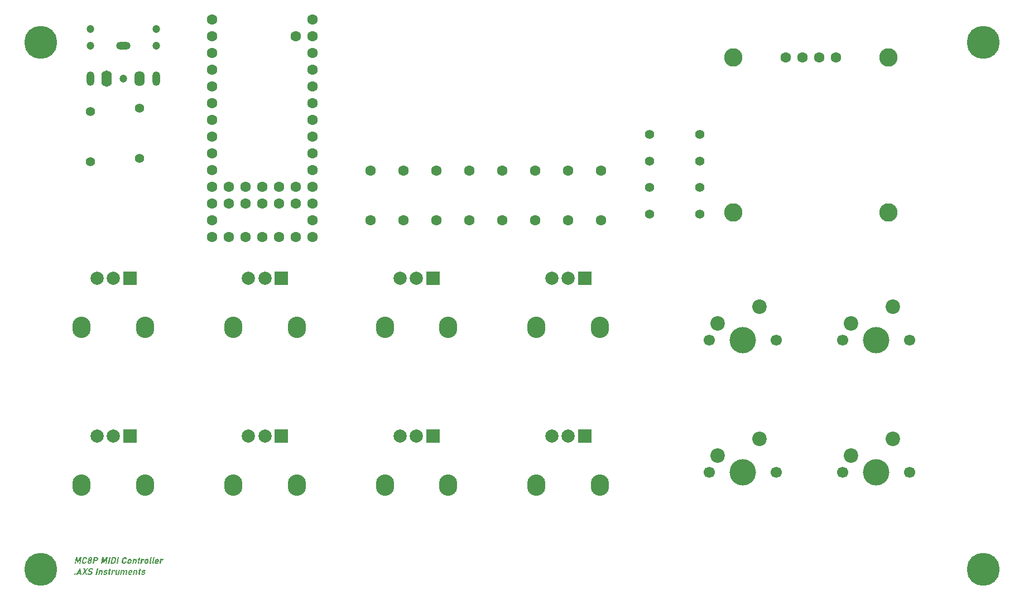
<source format=gbr>
%TF.GenerationSoftware,KiCad,Pcbnew,9.0.2*%
%TF.CreationDate,2025-08-22T18:27:53+01:00*%
%TF.ProjectId,MC8P_MIDI_CONTROLLER,4d433850-5f4d-4494-9449-5f434f4e5452,rev?*%
%TF.SameCoordinates,Original*%
%TF.FileFunction,Soldermask,Top*%
%TF.FilePolarity,Negative*%
%FSLAX46Y46*%
G04 Gerber Fmt 4.6, Leading zero omitted, Abs format (unit mm)*
G04 Created by KiCad (PCBNEW 9.0.2) date 2025-08-22 18:27:53*
%MOMM*%
%LPD*%
G01*
G04 APERTURE LIST*
%ADD10C,0.200000*%
%ADD11C,1.397000*%
%ADD12O,2.780000X3.240000*%
%ADD13R,2.000000X2.000000*%
%ADD14C,2.000000*%
%ADD15C,2.800000*%
%ADD16C,1.600000*%
%ADD17C,5.000000*%
%ADD18C,1.700000*%
%ADD19C,4.000000*%
%ADD20C,2.200000*%
%ADD21C,1.200000*%
%ADD22O,1.200000X2.200000*%
%ADD23O,1.600000X2.300000*%
%ADD24O,2.200000X1.200000*%
%ADD25O,1.600000X2.500000*%
G04 APERTURE END LIST*
D10*
G36*
X31904825Y-104156725D02*
G01*
X32146015Y-104156725D01*
X31939508Y-105150000D01*
X31773178Y-105150000D01*
X31933524Y-104378742D01*
X31931020Y-104422461D01*
X31617046Y-105039357D01*
X31455357Y-105039357D01*
X31395029Y-104436139D01*
X31413653Y-104378742D01*
X31253307Y-105150000D01*
X31086917Y-105150000D01*
X31293424Y-104156725D01*
X31534675Y-104156725D01*
X31580532Y-104826195D01*
X31904825Y-104156725D01*
G37*
G36*
X32506517Y-105160258D02*
G01*
X32433599Y-105154901D01*
X32374162Y-105140044D01*
X32325717Y-105116905D01*
X32284387Y-105083701D01*
X32253287Y-105042060D01*
X32231744Y-104990509D01*
X32221329Y-104934726D01*
X32220802Y-104868633D01*
X32231988Y-104789986D01*
X32288653Y-104517411D01*
X32309443Y-104440861D01*
X32337266Y-104374464D01*
X32371756Y-104316948D01*
X32414519Y-104265623D01*
X32463231Y-104223624D01*
X32518424Y-104190247D01*
X32578443Y-104166313D01*
X32644373Y-104151602D01*
X32717299Y-104146528D01*
X32777179Y-104151330D01*
X32828429Y-104164973D01*
X32872576Y-104186828D01*
X32911016Y-104217327D01*
X32942535Y-104255980D01*
X32967465Y-104304003D01*
X32983709Y-104356155D01*
X32992919Y-104417418D01*
X32994087Y-104489445D01*
X32804310Y-104489445D01*
X32799893Y-104442434D01*
X32788679Y-104405425D01*
X32770036Y-104374247D01*
X32745631Y-104352119D01*
X32715548Y-104338481D01*
X32678342Y-104333679D01*
X32628950Y-104339221D01*
X32586324Y-104355233D01*
X32549351Y-104381379D01*
X32518180Y-104418065D01*
X32494902Y-104462434D01*
X32478490Y-104517411D01*
X32421826Y-104789986D01*
X32415360Y-104845961D01*
X32420239Y-104889087D01*
X32436283Y-104925596D01*
X32462309Y-104951552D01*
X32497312Y-104967252D01*
X32545413Y-104973046D01*
X32584406Y-104968529D01*
X32621311Y-104954972D01*
X32655019Y-104933076D01*
X32686463Y-104902032D01*
X32713019Y-104864316D01*
X32736167Y-104817341D01*
X32925943Y-104817341D01*
X32895095Y-104887954D01*
X32860235Y-104949461D01*
X32821530Y-105002782D01*
X32776732Y-105050757D01*
X32729051Y-105089555D01*
X32678220Y-105119958D01*
X32623581Y-105142324D01*
X32566578Y-105155733D01*
X32506517Y-105160258D01*
G37*
G36*
X33586142Y-104150469D02*
G01*
X33633832Y-104161535D01*
X33673998Y-104178951D01*
X33709463Y-104203882D01*
X33736456Y-104234176D01*
X33755881Y-104270481D01*
X33766867Y-104310461D01*
X33769605Y-104355663D01*
X33763147Y-104407440D01*
X33757773Y-104433391D01*
X33745784Y-104472786D01*
X33726279Y-104510779D01*
X33698545Y-104547819D01*
X33647700Y-104594572D01*
X33588208Y-104628785D01*
X33624765Y-104655021D01*
X33653722Y-104687868D01*
X33675708Y-104728192D01*
X33689008Y-104772287D01*
X33693007Y-104818525D01*
X33687431Y-104867899D01*
X33684012Y-104884263D01*
X33668594Y-104937620D01*
X33645878Y-104985788D01*
X33615746Y-105029466D01*
X33579037Y-105067791D01*
X33536584Y-105099928D01*
X33487763Y-105126125D01*
X33435503Y-105144885D01*
X33379353Y-105156339D01*
X33318625Y-105160258D01*
X33257920Y-105156109D01*
X33206815Y-105144458D01*
X33163714Y-105126125D01*
X33125607Y-105099769D01*
X33096678Y-105067769D01*
X33075908Y-105029466D01*
X33064142Y-104987157D01*
X33061176Y-104939244D01*
X33066903Y-104893318D01*
X33253344Y-104893318D01*
X33258846Y-104922182D01*
X33272630Y-104946682D01*
X33294078Y-104964863D01*
X33321395Y-104975917D01*
X33356116Y-104979884D01*
X33391771Y-104976009D01*
X33424443Y-104964558D01*
X33453525Y-104946022D01*
X33477566Y-104921144D01*
X33495532Y-104891256D01*
X33506631Y-104856969D01*
X33508585Y-104847383D01*
X33511142Y-104815134D01*
X33505104Y-104788642D01*
X33491098Y-104766314D01*
X33469506Y-104749380D01*
X33442377Y-104739088D01*
X33406980Y-104735336D01*
X33370808Y-104738928D01*
X33338592Y-104749380D01*
X33309993Y-104766342D01*
X33286568Y-104789009D01*
X33269129Y-104816447D01*
X33258602Y-104848054D01*
X33256465Y-104858312D01*
X33253344Y-104893318D01*
X33066903Y-104893318D01*
X33068032Y-104884263D01*
X33071451Y-104867899D01*
X33085709Y-104819976D01*
X33108521Y-104773448D01*
X33140633Y-104727826D01*
X33179056Y-104687334D01*
X33221427Y-104654498D01*
X33268128Y-104628785D01*
X33236701Y-104606783D01*
X33211828Y-104579664D01*
X33192901Y-104546842D01*
X33181203Y-104510736D01*
X33177545Y-104474089D01*
X33359843Y-104474089D01*
X33363932Y-104500375D01*
X33375096Y-104522962D01*
X33392569Y-104539637D01*
X33415288Y-104549921D01*
X33444776Y-104553620D01*
X33475167Y-104550084D01*
X33502784Y-104539637D01*
X33527206Y-104522863D01*
X33547725Y-104500069D01*
X33563122Y-104472750D01*
X33573065Y-104440901D01*
X33575080Y-104431376D01*
X33577904Y-104401013D01*
X33573431Y-104376360D01*
X33562070Y-104355423D01*
X33544305Y-104339846D01*
X33521547Y-104330297D01*
X33491915Y-104326840D01*
X33461543Y-104330142D01*
X33434091Y-104339846D01*
X33409805Y-104355499D01*
X33389638Y-104376727D01*
X33374636Y-104402248D01*
X33365092Y-104432048D01*
X33363016Y-104442306D01*
X33359843Y-104474089D01*
X33177545Y-104474089D01*
X33177456Y-104473200D01*
X33181788Y-104433391D01*
X33187161Y-104407440D01*
X33201647Y-104357186D01*
X33223000Y-104311749D01*
X33251336Y-104270481D01*
X33285884Y-104234168D01*
X33325693Y-104203742D01*
X33371320Y-104178951D01*
X33420203Y-104161122D01*
X33472681Y-104150247D01*
X33529406Y-104146528D01*
X33586142Y-104150469D01*
G37*
G36*
X34031325Y-104584394D02*
G01*
X34342124Y-104584394D01*
X34373792Y-104580530D01*
X34403063Y-104569007D01*
X34429041Y-104550643D01*
X34451179Y-104525654D01*
X34467816Y-104495872D01*
X34478534Y-104461418D01*
X34482345Y-104425644D01*
X34478412Y-104396205D01*
X34466900Y-104370807D01*
X34448736Y-104352486D01*
X34424782Y-104341165D01*
X34393538Y-104337098D01*
X34082739Y-104337098D01*
X34120230Y-104156725D01*
X34426266Y-104156725D01*
X34485866Y-104161303D01*
X34536031Y-104174199D01*
X34578429Y-104194644D01*
X34615195Y-104223450D01*
X34643299Y-104258768D01*
X34663426Y-104301561D01*
X34674270Y-104348058D01*
X34676254Y-104400853D01*
X34668250Y-104461418D01*
X34651682Y-104520280D01*
X34627948Y-104573215D01*
X34597053Y-104620969D01*
X34559299Y-104663393D01*
X34516351Y-104698642D01*
X34467726Y-104727154D01*
X34415314Y-104747884D01*
X34359600Y-104760436D01*
X34299870Y-104764706D01*
X33993834Y-104764706D01*
X34031325Y-104584394D01*
G37*
G36*
X34036760Y-104156725D02*
G01*
X34219820Y-104156725D01*
X34013312Y-105150000D01*
X33830252Y-105150000D01*
X34036760Y-104156725D01*
G37*
G36*
X35894776Y-104156725D02*
G01*
X36135966Y-104156725D01*
X35929459Y-105150000D01*
X35763129Y-105150000D01*
X35923475Y-104378742D01*
X35920971Y-104422461D01*
X35606997Y-105039357D01*
X35445308Y-105039357D01*
X35384980Y-104436139D01*
X35403604Y-104378742D01*
X35243258Y-105150000D01*
X35076868Y-105150000D01*
X35283375Y-104156725D01*
X35524626Y-104156725D01*
X35570483Y-104826195D01*
X35894776Y-104156725D01*
G37*
G36*
X36343572Y-105150000D02*
G01*
X36153796Y-105150000D01*
X36360303Y-104156725D01*
X36550080Y-104156725D01*
X36343572Y-105150000D01*
G37*
G36*
X36681788Y-104969626D02*
G01*
X36914979Y-104969626D01*
X36973685Y-104964304D01*
X37022671Y-104949283D01*
X37063845Y-104925235D01*
X37097853Y-104892136D01*
X37122998Y-104850817D01*
X37139438Y-104799572D01*
X37200254Y-104507213D01*
X37205026Y-104454005D01*
X37196651Y-104413295D01*
X37176929Y-104381489D01*
X37147071Y-104358158D01*
X37104993Y-104342851D01*
X37046503Y-104337098D01*
X36813312Y-104337098D01*
X36850804Y-104156725D01*
X37079965Y-104156725D01*
X37160291Y-104161921D01*
X37225684Y-104176275D01*
X37278778Y-104198429D01*
X37325263Y-104230844D01*
X37359975Y-104271010D01*
X37384169Y-104320001D01*
X37396824Y-104373922D01*
X37398983Y-104437384D01*
X37388871Y-104512648D01*
X37330375Y-104794077D01*
X37310955Y-104863672D01*
X37283568Y-104925766D01*
X37248309Y-104981289D01*
X37204841Y-105030328D01*
X37153420Y-105071654D01*
X37093154Y-105105608D01*
X37028167Y-105129735D01*
X36955162Y-105144762D01*
X36872786Y-105150000D01*
X36644296Y-105150000D01*
X36681788Y-104969626D01*
G37*
G36*
X36758602Y-104156725D02*
G01*
X36941662Y-104156725D01*
X36735155Y-105150000D01*
X36552095Y-105150000D01*
X36758602Y-104156725D01*
G37*
G36*
X37633175Y-105150000D02*
G01*
X37443398Y-105150000D01*
X37649905Y-104156725D01*
X37839682Y-104156725D01*
X37633175Y-105150000D01*
G37*
G36*
X38546154Y-105160258D02*
G01*
X38473236Y-105154901D01*
X38413799Y-105140044D01*
X38365354Y-105116905D01*
X38324024Y-105083701D01*
X38292924Y-105042060D01*
X38271381Y-104990509D01*
X38260966Y-104934726D01*
X38260439Y-104868633D01*
X38271625Y-104789986D01*
X38328290Y-104517411D01*
X38349080Y-104440861D01*
X38376903Y-104374464D01*
X38411393Y-104316948D01*
X38454156Y-104265623D01*
X38502868Y-104223624D01*
X38558061Y-104190247D01*
X38618080Y-104166313D01*
X38684010Y-104151602D01*
X38756936Y-104146528D01*
X38816816Y-104151330D01*
X38868066Y-104164973D01*
X38912213Y-104186828D01*
X38950653Y-104217327D01*
X38982172Y-104255980D01*
X39007102Y-104304003D01*
X39023346Y-104356155D01*
X39032556Y-104417418D01*
X39033724Y-104489445D01*
X38843948Y-104489445D01*
X38839530Y-104442434D01*
X38828316Y-104405425D01*
X38809673Y-104374247D01*
X38785268Y-104352119D01*
X38755185Y-104338481D01*
X38717979Y-104333679D01*
X38668587Y-104339221D01*
X38625961Y-104355233D01*
X38588988Y-104381379D01*
X38557817Y-104418065D01*
X38534540Y-104462434D01*
X38518128Y-104517411D01*
X38461463Y-104789986D01*
X38454997Y-104845961D01*
X38459876Y-104889087D01*
X38475920Y-104925596D01*
X38501946Y-104951552D01*
X38536949Y-104967252D01*
X38585050Y-104973046D01*
X38624043Y-104968529D01*
X38660949Y-104954972D01*
X38694656Y-104933076D01*
X38726100Y-104902032D01*
X38752657Y-104864316D01*
X38775804Y-104817341D01*
X38965580Y-104817341D01*
X38934733Y-104887954D01*
X38899873Y-104949461D01*
X38861167Y-105002782D01*
X38816369Y-105050757D01*
X38768688Y-105089555D01*
X38717857Y-105119958D01*
X38663219Y-105142324D01*
X38606215Y-105155733D01*
X38546154Y-105160258D01*
G37*
G36*
X39560355Y-104435146D02*
G01*
X39611182Y-104447446D01*
X39652513Y-104466547D01*
X39687995Y-104494090D01*
X39714595Y-104528549D01*
X39732991Y-104571083D01*
X39742078Y-104617223D01*
X39742852Y-104671594D01*
X39733846Y-104736008D01*
X39709361Y-104853550D01*
X39692127Y-104916674D01*
X39668872Y-104971548D01*
X39639874Y-105019207D01*
X39603964Y-105061556D01*
X39562772Y-105096328D01*
X39515799Y-105124049D01*
X39464866Y-105143837D01*
X39408656Y-105156039D01*
X39346233Y-105160258D01*
X39283810Y-105155773D01*
X39233006Y-105143351D01*
X39191688Y-105124049D01*
X39156323Y-105096269D01*
X39129793Y-105061495D01*
X39111454Y-105018536D01*
X39102501Y-104971921D01*
X39101878Y-104916850D01*
X39105189Y-104893344D01*
X39289366Y-104893344D01*
X39293461Y-104923582D01*
X39304406Y-104946789D01*
X39322376Y-104964459D01*
X39347719Y-104975705D01*
X39383053Y-104979884D01*
X39418760Y-104976043D01*
X39449412Y-104964993D01*
X39476109Y-104946789D01*
X39497831Y-104922540D01*
X39514600Y-104891906D01*
X39526240Y-104853550D01*
X39550725Y-104736008D01*
X39554906Y-104696733D01*
X39550522Y-104666837D01*
X39539124Y-104643806D01*
X39520748Y-104626290D01*
X39495130Y-104615147D01*
X39459745Y-104611017D01*
X39424474Y-104614819D01*
X39394162Y-104625764D01*
X39367726Y-104643806D01*
X39346286Y-104667782D01*
X39329719Y-104698075D01*
X39318206Y-104736008D01*
X39293721Y-104853550D01*
X39289366Y-104893344D01*
X39105189Y-104893344D01*
X39111088Y-104851474D01*
X39135146Y-104736008D01*
X39152253Y-104673337D01*
X39175442Y-104618696D01*
X39204450Y-104571083D01*
X39240372Y-104528716D01*
X39281523Y-104494053D01*
X39328403Y-104466547D01*
X39379278Y-104446966D01*
X39435468Y-104434884D01*
X39497908Y-104430704D01*
X39560355Y-104435146D01*
G37*
G36*
X39978517Y-104440901D02*
G01*
X40161638Y-104440901D01*
X40014237Y-105150000D01*
X39831116Y-105150000D01*
X39978517Y-104440901D01*
G37*
G36*
X40321372Y-104720315D02*
G01*
X40324761Y-104686168D01*
X40320229Y-104660041D01*
X40309038Y-104639715D01*
X40291535Y-104624532D01*
X40266849Y-104614697D01*
X40232468Y-104611017D01*
X40199681Y-104614423D01*
X40171840Y-104624163D01*
X40147899Y-104640081D01*
X40128448Y-104661351D01*
X40113529Y-104688158D01*
X40103264Y-104721659D01*
X40121887Y-104564549D01*
X40170315Y-104504147D01*
X40217875Y-104464166D01*
X40253007Y-104445741D01*
X40291694Y-104434552D01*
X40334806Y-104430704D01*
X40388453Y-104436039D01*
X40430437Y-104450755D01*
X40463352Y-104473951D01*
X40488801Y-104506175D01*
X40505301Y-104543947D01*
X40514391Y-104590555D01*
X40514823Y-104648245D01*
X40504555Y-104719644D01*
X40415101Y-105150000D01*
X40232041Y-105150000D01*
X40321372Y-104720315D01*
G37*
G36*
X40805767Y-105153419D02*
G01*
X40747270Y-105147122D01*
X40707943Y-105130735D01*
X40682302Y-105105975D01*
X40667251Y-105072693D01*
X40661873Y-105027372D01*
X40669052Y-104965535D01*
X40821032Y-104234638D01*
X41004153Y-104234638D01*
X40861821Y-104919129D01*
X40859637Y-104943474D01*
X40863531Y-104959063D01*
X40873302Y-104969337D01*
X40890031Y-104973046D01*
X40935460Y-104973046D01*
X40897969Y-105153419D01*
X40805767Y-105153419D01*
G37*
G36*
X40706605Y-104440901D02*
G01*
X41046102Y-104440901D01*
X41012885Y-104600758D01*
X40673387Y-104600758D01*
X40706605Y-104440901D01*
G37*
G36*
X41216339Y-104440901D02*
G01*
X41412772Y-104440901D01*
X41265371Y-105150000D01*
X41068939Y-105150000D01*
X41216339Y-104440901D01*
G37*
G36*
X41565546Y-104638372D02*
G01*
X41553362Y-104626546D01*
X41537030Y-104617855D01*
X41517999Y-104612852D01*
X41493677Y-104611017D01*
X41458189Y-104615194D01*
X41427400Y-104627321D01*
X41400193Y-104647592D01*
X41378305Y-104674002D01*
X41361054Y-104707333D01*
X41348719Y-104749014D01*
X41373021Y-104564549D01*
X41418863Y-104507025D01*
X41468093Y-104465875D01*
X41504671Y-104445899D01*
X41540417Y-104434444D01*
X41575987Y-104430704D01*
X41617602Y-104434393D01*
X41651519Y-104444687D01*
X41680854Y-104462081D01*
X41704153Y-104486025D01*
X41565546Y-104638372D01*
G37*
G36*
X42143468Y-104435146D02*
G01*
X42194294Y-104447446D01*
X42235626Y-104466547D01*
X42271107Y-104494090D01*
X42297707Y-104528549D01*
X42316104Y-104571083D01*
X42325190Y-104617223D01*
X42325965Y-104671594D01*
X42316959Y-104736008D01*
X42292473Y-104853550D01*
X42275240Y-104916674D01*
X42251984Y-104971548D01*
X42222986Y-105019207D01*
X42187076Y-105061556D01*
X42145885Y-105096328D01*
X42098911Y-105124049D01*
X42047978Y-105143837D01*
X41991768Y-105156039D01*
X41929345Y-105160258D01*
X41866922Y-105155773D01*
X41816119Y-105143351D01*
X41774801Y-105124049D01*
X41739435Y-105096269D01*
X41712905Y-105061495D01*
X41694567Y-105018536D01*
X41685614Y-104971921D01*
X41684991Y-104916850D01*
X41688302Y-104893344D01*
X41872478Y-104893344D01*
X41876573Y-104923582D01*
X41887519Y-104946789D01*
X41905489Y-104964459D01*
X41930831Y-104975705D01*
X41966165Y-104979884D01*
X42001873Y-104976043D01*
X42032524Y-104964993D01*
X42059221Y-104946789D01*
X42080943Y-104922540D01*
X42097713Y-104891906D01*
X42109352Y-104853550D01*
X42133838Y-104736008D01*
X42138018Y-104696733D01*
X42133635Y-104666837D01*
X42122236Y-104643806D01*
X42103860Y-104626290D01*
X42078242Y-104615147D01*
X42042857Y-104611017D01*
X42007586Y-104614819D01*
X41977275Y-104625764D01*
X41950839Y-104643806D01*
X41929398Y-104667782D01*
X41912832Y-104698075D01*
X41901318Y-104736008D01*
X41876833Y-104853550D01*
X41872478Y-104893344D01*
X41688302Y-104893344D01*
X41694200Y-104851474D01*
X41718258Y-104736008D01*
X41735366Y-104673337D01*
X41758554Y-104618696D01*
X41787562Y-104571083D01*
X41823484Y-104528716D01*
X41864636Y-104494053D01*
X41911516Y-104466547D01*
X41962390Y-104446966D01*
X42018581Y-104434884D01*
X42081020Y-104430704D01*
X42143468Y-104435146D01*
G37*
G36*
X42646076Y-104915710D02*
G01*
X42645021Y-104939697D01*
X42652060Y-104955643D01*
X42666350Y-104965754D01*
X42690223Y-104969626D01*
X42720997Y-104969626D01*
X42683506Y-105150000D01*
X42589961Y-105150000D01*
X42536631Y-105143798D01*
X42498097Y-105127084D01*
X42470526Y-105100846D01*
X42453483Y-105066281D01*
X42446957Y-105021309D01*
X42453307Y-104962116D01*
X42620736Y-104156725D01*
X42803857Y-104156725D01*
X42646076Y-104915710D01*
G37*
G36*
X43050542Y-104915710D02*
G01*
X43049488Y-104939697D01*
X43056526Y-104955643D01*
X43070816Y-104965754D01*
X43094689Y-104969626D01*
X43125464Y-104969626D01*
X43087972Y-105150000D01*
X42994427Y-105150000D01*
X42941097Y-105143798D01*
X42902563Y-105127084D01*
X42874993Y-105100846D01*
X42857950Y-105066281D01*
X42851423Y-105021309D01*
X42857773Y-104962116D01*
X43025202Y-104156725D01*
X43208323Y-104156725D01*
X43050542Y-104915710D01*
G37*
G36*
X43518389Y-105160258D02*
G01*
X43452407Y-105155643D01*
X43398593Y-105142859D01*
X43354747Y-105123011D01*
X43316963Y-105094326D01*
X43288562Y-105058500D01*
X43268773Y-105014384D01*
X43258833Y-104966353D01*
X43257746Y-104909742D01*
X43267063Y-104842620D01*
X43283672Y-104762691D01*
X43302153Y-104694050D01*
X43326631Y-104634547D01*
X43356762Y-104583051D01*
X43394154Y-104536899D01*
X43436611Y-104499338D01*
X43484562Y-104469661D01*
X43536878Y-104448326D01*
X43594358Y-104435223D01*
X43657974Y-104430704D01*
X43716944Y-104436337D01*
X43764863Y-104452089D01*
X43804031Y-104477172D01*
X43835475Y-104511461D01*
X43859095Y-104555657D01*
X43874556Y-104612055D01*
X43880108Y-104671075D01*
X43877140Y-104741526D01*
X43863932Y-104825523D01*
X43854284Y-104871990D01*
X43379904Y-104871990D01*
X43406160Y-104745594D01*
X43713478Y-104745594D01*
X43714944Y-104729169D01*
X43715087Y-104688662D01*
X43708661Y-104657782D01*
X43696870Y-104634281D01*
X43678881Y-104616112D01*
X43654810Y-104604851D01*
X43622620Y-104600758D01*
X43580127Y-104605423D01*
X43543606Y-104618861D01*
X43511734Y-104641058D01*
X43485930Y-104670476D01*
X43465766Y-104707946D01*
X43451528Y-104755181D01*
X43432782Y-104845307D01*
X43427992Y-104893008D01*
X43434095Y-104929310D01*
X43449269Y-104957353D01*
X43473154Y-104978408D01*
X43506432Y-104991945D01*
X43552339Y-104996981D01*
X43589050Y-104993745D01*
X43627871Y-104983670D01*
X43665534Y-104967604D01*
X43701266Y-104945751D01*
X43798292Y-105054378D01*
X43731095Y-105099437D01*
X43660416Y-105132597D01*
X43587175Y-105153561D01*
X43518389Y-105160258D01*
G37*
G36*
X44120875Y-104440901D02*
G01*
X44317308Y-104440901D01*
X44169907Y-105150000D01*
X43973475Y-105150000D01*
X44120875Y-104440901D01*
G37*
G36*
X44470081Y-104638372D02*
G01*
X44457898Y-104626546D01*
X44441566Y-104617855D01*
X44422535Y-104612852D01*
X44398213Y-104611017D01*
X44362725Y-104615194D01*
X44331936Y-104627321D01*
X44304729Y-104647592D01*
X44282841Y-104674002D01*
X44265590Y-104707333D01*
X44253255Y-104749014D01*
X44277557Y-104564549D01*
X44323399Y-104507025D01*
X44372629Y-104465875D01*
X44409207Y-104445899D01*
X44444953Y-104434444D01*
X44480523Y-104430704D01*
X44522138Y-104434393D01*
X44556055Y-104444687D01*
X44585390Y-104462081D01*
X44608689Y-104486025D01*
X44470081Y-104638372D01*
G37*
G36*
X31082398Y-106642848D02*
G01*
X31265458Y-106642848D01*
X31226563Y-106830000D01*
X31043503Y-106830000D01*
X31082398Y-106642848D01*
G37*
G36*
X31887911Y-105836725D02*
G01*
X32004232Y-105836725D01*
X32169218Y-106830000D01*
X31972114Y-106830000D01*
X31880584Y-106151676D01*
X31507015Y-106830000D01*
X31309911Y-106830000D01*
X31887911Y-105836725D01*
G37*
G36*
X31558916Y-106490502D02*
G01*
X32070055Y-106490502D01*
X32032564Y-106670814D01*
X31521425Y-106670814D01*
X31558916Y-106490502D01*
G37*
G36*
X32634867Y-106423518D02*
G01*
X32622716Y-106391461D01*
X32416697Y-105836725D01*
X32609771Y-105836725D01*
X32749417Y-106213164D01*
X32765537Y-106257555D01*
X32978639Y-106830000D01*
X32785504Y-106830000D01*
X32634867Y-106423518D01*
G37*
G36*
X32679441Y-106218599D02*
G01*
X32977356Y-105836725D01*
X33170430Y-105836725D01*
X32732320Y-106398239D01*
X32395265Y-106830000D01*
X32202191Y-106830000D01*
X32679441Y-106218599D01*
G37*
G36*
X33365580Y-106840258D02*
G01*
X33297063Y-106836613D01*
X33232590Y-106825908D01*
X33171142Y-106808002D01*
X33116331Y-106783899D01*
X33066818Y-106753049D01*
X33025655Y-106717281D01*
X33142587Y-106562920D01*
X33193703Y-106604253D01*
X33257076Y-106635704D01*
X33327010Y-106654794D01*
X33402766Y-106661289D01*
X33461864Y-106657404D01*
X33509668Y-106646698D01*
X33548213Y-106630209D01*
X33581260Y-106605996D01*
X33603350Y-106577038D01*
X33615929Y-106542404D01*
X33616113Y-106541732D01*
X33617729Y-106504806D01*
X33607076Y-106478900D01*
X33586469Y-106459128D01*
X33556700Y-106444706D01*
X33469933Y-106424923D01*
X33466392Y-106424251D01*
X33462911Y-106423518D01*
X33448684Y-106421503D01*
X33359004Y-106402789D01*
X33295055Y-106382241D01*
X33258713Y-106362701D01*
X33228354Y-106335458D01*
X33203342Y-106299565D01*
X33188634Y-106258827D01*
X33184298Y-106204435D01*
X33193450Y-106131831D01*
X33193572Y-106131160D01*
X33211372Y-106068945D01*
X33236844Y-106014414D01*
X33269898Y-105966540D01*
X33310557Y-105924932D01*
X33358264Y-105890283D01*
X33413879Y-105862370D01*
X33473317Y-105842925D01*
X33540033Y-105830769D01*
X33615136Y-105826528D01*
X33667027Y-105829579D01*
X33719122Y-105838801D01*
X33769937Y-105853848D01*
X33818285Y-105874338D01*
X33863863Y-105900004D01*
X33905540Y-105930331D01*
X33795081Y-106088845D01*
X33744867Y-106053573D01*
X33690546Y-106027356D01*
X33633535Y-106010857D01*
X33577889Y-106005497D01*
X33522231Y-106009057D01*
X33477483Y-106018837D01*
X33441662Y-106033829D01*
X33410848Y-106055956D01*
X33390460Y-106082207D01*
X33379014Y-106113391D01*
X33378892Y-106114063D01*
X33377116Y-106154129D01*
X33388784Y-106182084D01*
X33410864Y-106203416D01*
X33440685Y-106218599D01*
X33535085Y-106243206D01*
X33540214Y-106244244D01*
X33545404Y-106245221D01*
X33552732Y-106246992D01*
X33560059Y-106248640D01*
X33644002Y-106270161D01*
X33704773Y-106293398D01*
X33739167Y-106314403D01*
X33767519Y-106342362D01*
X33790380Y-106378150D01*
X33803684Y-106418146D01*
X33807325Y-106470073D01*
X33798684Y-106537641D01*
X33798440Y-106538984D01*
X33780724Y-106600205D01*
X33754953Y-106654073D01*
X33721137Y-106701589D01*
X33679708Y-106742601D01*
X33630678Y-106776934D01*
X33573065Y-106804720D01*
X33511717Y-106823994D01*
X33442922Y-106836051D01*
X33365580Y-106840258D01*
G37*
G36*
X34475603Y-106830000D02*
G01*
X34285826Y-106830000D01*
X34492334Y-105836725D01*
X34682110Y-105836725D01*
X34475603Y-106830000D01*
G37*
G36*
X34818154Y-106120901D02*
G01*
X35001275Y-106120901D01*
X34853874Y-106830000D01*
X34670753Y-106830000D01*
X34818154Y-106120901D01*
G37*
G36*
X35161010Y-106400315D02*
G01*
X35164398Y-106366168D01*
X35159867Y-106340041D01*
X35148675Y-106319715D01*
X35131172Y-106304532D01*
X35106486Y-106294697D01*
X35072105Y-106291017D01*
X35039318Y-106294423D01*
X35011477Y-106304163D01*
X34987536Y-106320081D01*
X34968086Y-106341351D01*
X34953166Y-106368158D01*
X34942901Y-106401659D01*
X34961524Y-106244549D01*
X35009952Y-106184147D01*
X35057512Y-106144166D01*
X35092644Y-106125741D01*
X35131331Y-106114552D01*
X35174443Y-106110704D01*
X35228090Y-106116039D01*
X35270074Y-106130755D01*
X35302989Y-106153951D01*
X35328438Y-106186175D01*
X35344938Y-106223947D01*
X35354028Y-106270555D01*
X35354460Y-106328245D01*
X35344192Y-106399644D01*
X35254738Y-106830000D01*
X35071678Y-106830000D01*
X35161010Y-106400315D01*
G37*
G36*
X35715502Y-106840258D02*
G01*
X35654152Y-106837395D01*
X35596800Y-106829023D01*
X35542082Y-106814867D01*
X35493485Y-106795867D01*
X35449380Y-106771332D01*
X35413557Y-106743232D01*
X35556439Y-106599129D01*
X35601706Y-106628174D01*
X35650839Y-106649687D01*
X35702137Y-106663065D01*
X35751467Y-106667395D01*
X35812162Y-106663288D01*
X35854049Y-106652740D01*
X35885551Y-106633964D01*
X35897890Y-106612074D01*
X35898213Y-106590314D01*
X35890013Y-106575926D01*
X35875287Y-106565712D01*
X35854171Y-106558463D01*
X35788653Y-106549242D01*
X35764839Y-106546556D01*
X35740354Y-106543747D01*
X35734858Y-106542770D01*
X35729241Y-106542404D01*
X35658028Y-106530139D01*
X35610233Y-106517124D01*
X35583469Y-106504104D01*
X35561264Y-106485119D01*
X35543066Y-106459422D01*
X35532525Y-106429975D01*
X35529503Y-106389858D01*
X35536472Y-106335408D01*
X35549813Y-106289675D01*
X35569365Y-106249402D01*
X35595151Y-106213836D01*
X35626724Y-106183220D01*
X35664083Y-106157642D01*
X35707991Y-106137021D01*
X35780230Y-106117623D01*
X35867177Y-106110704D01*
X35919456Y-106113454D01*
X35970125Y-106121634D01*
X36019068Y-106135074D01*
X36064159Y-106153080D01*
X36106064Y-106175809D01*
X36142744Y-106202234D01*
X36005662Y-106338155D01*
X35964050Y-106315148D01*
X35919078Y-106297855D01*
X35872499Y-106287033D01*
X35827243Y-106283506D01*
X35774697Y-106287144D01*
X35738278Y-106296512D01*
X35710954Y-106313061D01*
X35700054Y-106332660D01*
X35700909Y-106348556D01*
X35710678Y-106360382D01*
X35726481Y-106368616D01*
X35748414Y-106374731D01*
X35817534Y-106384623D01*
X35829258Y-106385966D01*
X35841043Y-106387309D01*
X35846905Y-106388042D01*
X35852827Y-106388714D01*
X35927605Y-106400368D01*
X35979284Y-106413321D01*
X36008645Y-106426634D01*
X36033121Y-106446412D01*
X36053351Y-106473405D01*
X36065248Y-106504624D01*
X36068886Y-106547425D01*
X36061533Y-106605907D01*
X36047678Y-106653444D01*
X36027334Y-106695337D01*
X36000472Y-106732363D01*
X35967607Y-106764177D01*
X35928464Y-106790902D01*
X35882198Y-106812597D01*
X35833091Y-106827578D01*
X35777824Y-106836973D01*
X35715502Y-106840258D01*
G37*
G36*
X36371294Y-106833419D02*
G01*
X36312797Y-106827122D01*
X36273470Y-106810735D01*
X36247829Y-106785975D01*
X36232778Y-106752693D01*
X36227400Y-106707372D01*
X36234579Y-106645535D01*
X36386559Y-105914638D01*
X36569680Y-105914638D01*
X36427348Y-106599129D01*
X36425164Y-106623474D01*
X36429057Y-106639063D01*
X36438829Y-106649337D01*
X36455558Y-106653046D01*
X36500987Y-106653046D01*
X36463496Y-106833419D01*
X36371294Y-106833419D01*
G37*
G36*
X36272131Y-106120901D02*
G01*
X36611629Y-106120901D01*
X36578412Y-106280758D01*
X36238914Y-106280758D01*
X36272131Y-106120901D01*
G37*
G36*
X36781866Y-106120901D02*
G01*
X36978299Y-106120901D01*
X36830898Y-106830000D01*
X36634466Y-106830000D01*
X36781866Y-106120901D01*
G37*
G36*
X37131072Y-106318372D02*
G01*
X37118889Y-106306546D01*
X37102557Y-106297855D01*
X37083526Y-106292852D01*
X37059204Y-106291017D01*
X37023716Y-106295194D01*
X36992927Y-106307321D01*
X36965720Y-106327592D01*
X36943832Y-106354002D01*
X36926581Y-106387333D01*
X36914246Y-106429014D01*
X36938548Y-106244549D01*
X36984390Y-106187025D01*
X37033620Y-106145875D01*
X37070198Y-106125899D01*
X37105944Y-106114444D01*
X37141514Y-106110704D01*
X37183129Y-106114393D01*
X37217046Y-106124687D01*
X37246381Y-106142081D01*
X37269680Y-106166025D01*
X37131072Y-106318372D01*
G37*
G36*
X37777034Y-106120901D02*
G01*
X37959422Y-106120901D01*
X37812021Y-106830000D01*
X37629633Y-106830000D01*
X37777034Y-106120901D01*
G37*
G36*
X37472341Y-106551990D02*
G01*
X37468939Y-106585723D01*
X37473288Y-106611516D01*
X37484125Y-106631552D01*
X37501187Y-106646591D01*
X37525050Y-106656275D01*
X37558070Y-106659884D01*
X37591270Y-106656471D01*
X37619301Y-106646737D01*
X37643250Y-106630881D01*
X37662730Y-106609533D01*
X37677808Y-106582294D01*
X37688312Y-106547899D01*
X37665476Y-106702932D01*
X37628535Y-106756354D01*
X37580601Y-106800629D01*
X37543487Y-106822781D01*
X37504386Y-106835857D01*
X37462449Y-106840258D01*
X37407505Y-106835011D01*
X37364605Y-106820580D01*
X37331099Y-106797966D01*
X37305279Y-106766802D01*
X37288279Y-106729904D01*
X37278767Y-106684473D01*
X37277920Y-106628313D01*
X37287754Y-106558829D01*
X37378796Y-106120901D01*
X37561917Y-106120901D01*
X37472341Y-106551990D01*
G37*
G36*
X38902627Y-106420832D02*
G01*
X38907414Y-106379520D01*
X38903799Y-106348411D01*
X38893529Y-106324844D01*
X38876234Y-106306677D01*
X38851909Y-106295244D01*
X38818058Y-106291017D01*
X38784122Y-106294786D01*
X38755161Y-106305622D01*
X38730069Y-106323501D01*
X38709876Y-106347097D01*
X38693973Y-106377242D01*
X38682625Y-106415336D01*
X38682625Y-106251388D01*
X38716226Y-106208724D01*
X38751783Y-106174315D01*
X38789420Y-106147280D01*
X38830664Y-106126668D01*
X38871850Y-106114666D01*
X38913618Y-106110704D01*
X38962324Y-106115118D01*
X39001859Y-106127427D01*
X39034091Y-106146913D01*
X39060222Y-106173825D01*
X39079897Y-106208529D01*
X39092953Y-106252793D01*
X39097969Y-106299308D01*
X39096078Y-106354533D01*
X39085931Y-106420099D01*
X39000690Y-106830000D01*
X38817569Y-106830000D01*
X38902627Y-106420832D01*
G37*
G36*
X38156465Y-106120901D02*
G01*
X38339586Y-106120901D01*
X38192185Y-106830000D01*
X38009064Y-106830000D01*
X38156465Y-106120901D01*
G37*
G36*
X38498405Y-106420832D02*
G01*
X38503056Y-106379594D01*
X38499103Y-106348490D01*
X38488269Y-106324844D01*
X38470361Y-106306716D01*
X38445257Y-106295257D01*
X38410416Y-106291017D01*
X38377630Y-106294423D01*
X38349789Y-106304163D01*
X38325847Y-106320081D01*
X38306397Y-106341351D01*
X38291478Y-106368158D01*
X38281212Y-106401659D01*
X38299836Y-106244549D01*
X38347827Y-106185408D01*
X38397411Y-106144837D01*
X38434076Y-106125789D01*
X38472303Y-106114499D01*
X38512754Y-106110704D01*
X38560499Y-106115104D01*
X38599360Y-106127398D01*
X38631151Y-106146913D01*
X38656883Y-106173785D01*
X38676243Y-106208480D01*
X38689036Y-106252793D01*
X38693858Y-106299296D01*
X38691841Y-106354523D01*
X38681648Y-106420099D01*
X38596407Y-106830000D01*
X38413347Y-106830000D01*
X38498405Y-106420832D01*
G37*
G36*
X39503037Y-106840258D02*
G01*
X39437055Y-106835643D01*
X39383240Y-106822859D01*
X39339394Y-106803011D01*
X39301610Y-106774326D01*
X39273209Y-106738500D01*
X39253421Y-106694384D01*
X39243481Y-106646353D01*
X39242393Y-106589742D01*
X39251711Y-106522620D01*
X39268319Y-106442691D01*
X39286801Y-106374050D01*
X39311279Y-106314547D01*
X39341409Y-106263051D01*
X39378802Y-106216899D01*
X39421258Y-106179338D01*
X39469209Y-106149661D01*
X39521525Y-106128326D01*
X39579006Y-106115223D01*
X39642622Y-106110704D01*
X39701592Y-106116337D01*
X39749511Y-106132089D01*
X39788679Y-106157172D01*
X39820123Y-106191461D01*
X39843743Y-106235657D01*
X39859204Y-106292055D01*
X39864756Y-106351075D01*
X39861788Y-106421526D01*
X39848579Y-106505523D01*
X39838932Y-106551990D01*
X39364551Y-106551990D01*
X39390807Y-106425594D01*
X39698126Y-106425594D01*
X39699591Y-106409169D01*
X39699734Y-106368662D01*
X39693308Y-106337782D01*
X39681517Y-106314281D01*
X39663529Y-106296112D01*
X39639457Y-106284851D01*
X39607267Y-106280758D01*
X39564774Y-106285423D01*
X39528253Y-106298861D01*
X39496381Y-106321058D01*
X39470578Y-106350476D01*
X39450414Y-106387946D01*
X39436175Y-106435181D01*
X39417430Y-106525307D01*
X39412639Y-106573008D01*
X39418743Y-106609310D01*
X39433916Y-106637353D01*
X39457802Y-106658408D01*
X39491080Y-106671945D01*
X39536987Y-106676981D01*
X39573697Y-106673745D01*
X39612519Y-106663670D01*
X39650181Y-106647604D01*
X39685914Y-106625751D01*
X39782939Y-106734378D01*
X39715742Y-106779437D01*
X39645064Y-106812597D01*
X39571822Y-106833561D01*
X39503037Y-106840258D01*
G37*
G36*
X40105523Y-106120901D02*
G01*
X40288644Y-106120901D01*
X40141243Y-106830000D01*
X39958122Y-106830000D01*
X40105523Y-106120901D01*
G37*
G36*
X40448379Y-106400315D02*
G01*
X40451767Y-106366168D01*
X40447236Y-106340041D01*
X40436045Y-106319715D01*
X40418541Y-106304532D01*
X40393855Y-106294697D01*
X40359474Y-106291017D01*
X40326688Y-106294423D01*
X40298847Y-106304163D01*
X40274905Y-106320081D01*
X40255455Y-106341351D01*
X40240535Y-106368158D01*
X40230270Y-106401659D01*
X40248893Y-106244549D01*
X40297321Y-106184147D01*
X40344881Y-106144166D01*
X40380014Y-106125741D01*
X40418700Y-106114552D01*
X40461812Y-106110704D01*
X40515459Y-106116039D01*
X40557443Y-106130755D01*
X40590358Y-106153951D01*
X40615807Y-106186175D01*
X40632308Y-106223947D01*
X40641397Y-106270555D01*
X40641829Y-106328245D01*
X40631561Y-106399644D01*
X40542107Y-106830000D01*
X40359047Y-106830000D01*
X40448379Y-106400315D01*
G37*
G36*
X40932773Y-106833419D02*
G01*
X40874276Y-106827122D01*
X40834949Y-106810735D01*
X40809309Y-106785975D01*
X40794257Y-106752693D01*
X40788879Y-106707372D01*
X40796058Y-106645535D01*
X40948039Y-105914638D01*
X41131160Y-105914638D01*
X40988827Y-106599129D01*
X40986643Y-106623474D01*
X40990537Y-106639063D01*
X41000308Y-106649337D01*
X41017037Y-106653046D01*
X41062466Y-106653046D01*
X41024975Y-106833419D01*
X40932773Y-106833419D01*
G37*
G36*
X40833611Y-106120901D02*
G01*
X41173108Y-106120901D01*
X41139891Y-106280758D01*
X40800394Y-106280758D01*
X40833611Y-106120901D01*
G37*
G36*
X41459117Y-106840258D02*
G01*
X41397767Y-106837395D01*
X41340415Y-106829023D01*
X41285697Y-106814867D01*
X41237100Y-106795867D01*
X41192995Y-106771332D01*
X41157172Y-106743232D01*
X41300054Y-106599129D01*
X41345320Y-106628174D01*
X41394453Y-106649687D01*
X41445751Y-106663065D01*
X41495081Y-106667395D01*
X41555777Y-106663288D01*
X41597663Y-106652740D01*
X41629166Y-106633964D01*
X41641505Y-106612074D01*
X41641828Y-106590314D01*
X41633628Y-106575926D01*
X41618902Y-106565712D01*
X41597786Y-106558463D01*
X41532267Y-106549242D01*
X41508454Y-106546556D01*
X41483968Y-106543747D01*
X41478473Y-106542770D01*
X41472855Y-106542404D01*
X41401643Y-106530139D01*
X41353848Y-106517124D01*
X41327083Y-106504104D01*
X41304879Y-106485119D01*
X41286681Y-106459422D01*
X41276139Y-106429975D01*
X41273118Y-106389858D01*
X41280087Y-106335408D01*
X41293428Y-106289675D01*
X41312980Y-106249402D01*
X41338766Y-106213836D01*
X41370339Y-106183220D01*
X41407698Y-106157642D01*
X41451606Y-106137021D01*
X41523845Y-106117623D01*
X41610792Y-106110704D01*
X41663071Y-106113454D01*
X41713740Y-106121634D01*
X41762683Y-106135074D01*
X41807773Y-106153080D01*
X41849679Y-106175809D01*
X41886359Y-106202234D01*
X41749277Y-106338155D01*
X41707665Y-106315148D01*
X41662693Y-106297855D01*
X41616114Y-106287033D01*
X41570858Y-106283506D01*
X41518312Y-106287144D01*
X41481892Y-106296512D01*
X41454569Y-106313061D01*
X41443668Y-106332660D01*
X41444524Y-106348556D01*
X41454293Y-106360382D01*
X41470096Y-106368616D01*
X41492028Y-106374731D01*
X41561149Y-106384623D01*
X41572873Y-106385966D01*
X41584658Y-106387309D01*
X41590519Y-106388042D01*
X41596442Y-106388714D01*
X41671220Y-106400368D01*
X41722899Y-106413321D01*
X41752260Y-106426634D01*
X41776736Y-106446412D01*
X41796966Y-106473405D01*
X41808863Y-106504624D01*
X41812500Y-106547425D01*
X41805148Y-106605907D01*
X41791293Y-106653444D01*
X41770949Y-106695337D01*
X41744087Y-106732363D01*
X41711222Y-106764177D01*
X41672079Y-106790902D01*
X41625812Y-106812597D01*
X41576706Y-106827578D01*
X41521439Y-106836973D01*
X41459117Y-106840258D01*
G37*
D11*
%TO.C,R5*%
X33480000Y-44120000D03*
X33480000Y-36500000D03*
%TD*%
%TO.C,R3*%
X125980000Y-44000000D03*
X118360000Y-44000000D03*
%TD*%
%TO.C,R2*%
X125980000Y-48000000D03*
X118360000Y-48000000D03*
%TD*%
D12*
%TO.C,RV5*%
X41782700Y-93244200D03*
X32182700Y-93244200D03*
D13*
X39482700Y-85744200D03*
D14*
X36982700Y-85744200D03*
X34482700Y-85744200D03*
%TD*%
D12*
%TO.C,RV6*%
X64782700Y-93244200D03*
X55182700Y-93244200D03*
D13*
X62482700Y-85744200D03*
D14*
X59982700Y-85744200D03*
X57482700Y-85744200D03*
%TD*%
D15*
%TO.C,SSD1306*%
X154540000Y-51805000D03*
X154540000Y-28305000D03*
X131040000Y-51805000D03*
X131040000Y-28305000D03*
D16*
X146600000Y-28305000D03*
X144060000Y-28305000D03*
X141520000Y-28305000D03*
X138980000Y-28305000D03*
%TD*%
D17*
%TO.C,REF\u002A\u002A*%
X25980000Y-26000000D03*
%TD*%
D11*
%TO.C,R1*%
X125980000Y-52100000D03*
X118360000Y-52100000D03*
%TD*%
D18*
%TO.C,SW2*%
X147630000Y-71250000D03*
D19*
X152710000Y-71250000D03*
D18*
X157790000Y-71250000D03*
D20*
X155250000Y-66170000D03*
X148900000Y-68710000D03*
%TD*%
D16*
%TO.C,C3*%
X85980000Y-53000000D03*
X85980000Y-45500000D03*
%TD*%
D17*
%TO.C,REF\u002A\u002A*%
X168980000Y-26000000D03*
%TD*%
D12*
%TO.C,RV2*%
X64782700Y-69284200D03*
X55182700Y-69284200D03*
D13*
X62482700Y-61784200D03*
D14*
X59982700Y-61784200D03*
X57482700Y-61784200D03*
%TD*%
D16*
%TO.C,C7*%
X100980000Y-53000000D03*
X100980000Y-45500000D03*
%TD*%
D12*
%TO.C,RV4*%
X110782700Y-69284200D03*
X101182700Y-69284200D03*
D13*
X108482700Y-61784200D03*
D14*
X105982700Y-61784200D03*
X103482700Y-61784200D03*
%TD*%
D16*
%TO.C,C1*%
X75980000Y-53000000D03*
X75980000Y-45500000D03*
%TD*%
D18*
%TO.C,SW3*%
X127400000Y-91250000D03*
D19*
X132480000Y-91250000D03*
D18*
X137560000Y-91250000D03*
D20*
X135020000Y-86170000D03*
X128670000Y-88710000D03*
%TD*%
D12*
%TO.C,RV8*%
X110782700Y-93244200D03*
X101182700Y-93244200D03*
D13*
X108482700Y-85744200D03*
D14*
X105982700Y-85744200D03*
X103482700Y-85744200D03*
%TD*%
D16*
%TO.C,C4*%
X90980000Y-53000000D03*
X90980000Y-45500000D03*
%TD*%
D18*
%TO.C,SW1*%
X127400000Y-71250000D03*
D19*
X132480000Y-71250000D03*
D18*
X137560000Y-71250000D03*
D20*
X135020000Y-66170000D03*
X128670000Y-68710000D03*
%TD*%
D17*
%TO.C,*%
X25980000Y-106000000D03*
%TD*%
D16*
%TO.C,C8*%
X95980000Y-53000000D03*
X95980000Y-45500000D03*
%TD*%
D12*
%TO.C,RV1*%
X41782700Y-69284200D03*
X32182700Y-69284200D03*
D13*
X39482700Y-61784200D03*
D14*
X36982700Y-61784200D03*
X34482700Y-61784200D03*
%TD*%
D16*
%TO.C,U1*%
X51980000Y-22500000D03*
X51980000Y-25040000D03*
X51980000Y-27580000D03*
X51980000Y-30120000D03*
X51980000Y-32660000D03*
X51980000Y-35200000D03*
X51980000Y-37740000D03*
X51980000Y-40280000D03*
X51980000Y-42820000D03*
X51980000Y-45360000D03*
X51980000Y-47900000D03*
X51980000Y-50440000D03*
X51980000Y-52980000D03*
X51980000Y-55520000D03*
X54520000Y-55520000D03*
X57060000Y-55520000D03*
X59600000Y-55520000D03*
X62140000Y-55520000D03*
X64680000Y-55520000D03*
X67220000Y-55520000D03*
X67220000Y-52980000D03*
X67220000Y-50440000D03*
X67220000Y-47900000D03*
X67220000Y-45360000D03*
X67220000Y-42820000D03*
X67220000Y-40280000D03*
X67220000Y-37740000D03*
X67220000Y-35200000D03*
X67220000Y-32660000D03*
X67220000Y-30120000D03*
X67220000Y-27580000D03*
X67220000Y-25040000D03*
X67220000Y-22500000D03*
X64680000Y-25040000D03*
X64680000Y-50440000D03*
X64680000Y-47900000D03*
X62140000Y-50440000D03*
X62140000Y-47900000D03*
X59600000Y-50440000D03*
X59600000Y-47900000D03*
X57060000Y-50440000D03*
X57060000Y-47900000D03*
X54520000Y-50440000D03*
X54520000Y-47900000D03*
%TD*%
D11*
%TO.C,R4*%
X125980000Y-40000000D03*
X118360000Y-40000000D03*
%TD*%
D16*
%TO.C,C2*%
X80980000Y-53000000D03*
X80980000Y-45500000D03*
%TD*%
D12*
%TO.C,RV7*%
X87782700Y-93244200D03*
X78182700Y-93244200D03*
D13*
X85482700Y-85744200D03*
D14*
X82982700Y-85744200D03*
X80482700Y-85744200D03*
%TD*%
D18*
%TO.C,SW4*%
X147630000Y-91250000D03*
D19*
X152710000Y-91250000D03*
D18*
X157790000Y-91250000D03*
D20*
X155250000Y-86170000D03*
X148900000Y-88710000D03*
%TD*%
D12*
%TO.C,RV3*%
X87782700Y-69284200D03*
X78182700Y-69284200D03*
D13*
X85482700Y-61784200D03*
D14*
X82982700Y-61784200D03*
X80482700Y-61784200D03*
%TD*%
D21*
%TO.C,J1*%
X43480000Y-26500000D03*
X43480000Y-24000000D03*
X38480000Y-31500000D03*
X33480000Y-26500000D03*
X33480000Y-24000000D03*
D22*
X43480000Y-31500000D03*
D23*
X40980000Y-31500000D03*
D24*
X38480000Y-26500000D03*
D22*
X33480000Y-31500000D03*
D25*
X35980000Y-31500000D03*
%TD*%
D17*
%TO.C,REF\u002A\u002A*%
X168980000Y-106000000D03*
%TD*%
D16*
%TO.C,C6*%
X105980000Y-53000000D03*
X105980000Y-45500000D03*
%TD*%
D11*
%TO.C,R6*%
X40980000Y-43620000D03*
X40980000Y-36000000D03*
%TD*%
D16*
%TO.C,C5*%
X110980000Y-53000000D03*
X110980000Y-45500000D03*
%TD*%
M02*

</source>
